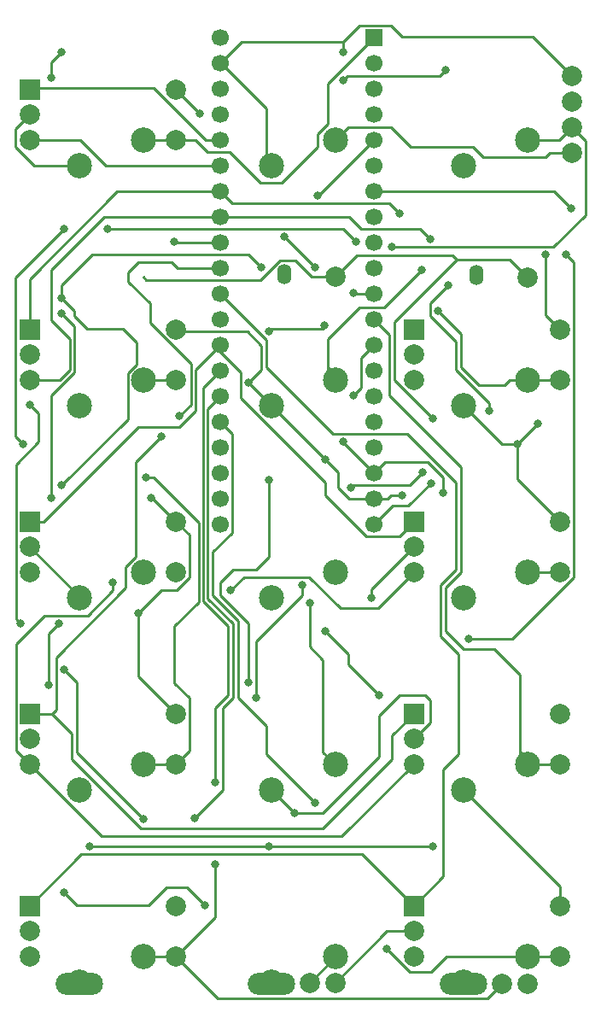
<source format=gbr>
%TF.GenerationSoftware,KiCad,Pcbnew,(6.0.2)*%
%TF.CreationDate,2022-02-17T20:40:29-08:00*%
%TF.ProjectId,keeb test board,6b656562-2074-4657-9374-20626f617264,rev?*%
%TF.SameCoordinates,Original*%
%TF.FileFunction,Copper,L1,Top*%
%TF.FilePolarity,Positive*%
%FSLAX46Y46*%
G04 Gerber Fmt 4.6, Leading zero omitted, Abs format (unit mm)*
G04 Created by KiCad (PCBNEW (6.0.2)) date 2022-02-17 20:40:29*
%MOMM*%
%LPD*%
G01*
G04 APERTURE LIST*
%TA.AperFunction,ComponentPad*%
%ADD10R,2.000000X2.000000*%
%TD*%
%TA.AperFunction,ComponentPad*%
%ADD11C,2.000000*%
%TD*%
%TA.AperFunction,ComponentPad*%
%ADD12C,2.500000*%
%TD*%
%TA.AperFunction,ComponentPad*%
%ADD13O,4.700000X2.200000*%
%TD*%
%TA.AperFunction,ComponentPad*%
%ADD14O,1.400000X2.000000*%
%TD*%
%TA.AperFunction,ComponentPad*%
%ADD15R,1.700000X1.700000*%
%TD*%
%TA.AperFunction,ComponentPad*%
%ADD16C,1.700000*%
%TD*%
%TA.AperFunction,ViaPad*%
%ADD17C,0.800000*%
%TD*%
%TA.AperFunction,Conductor*%
%ADD18C,0.250000*%
%TD*%
G04 APERTURE END LIST*
D10*
%TO.P,EN4,A,A*%
%TO.N,ENC3A*%
X65610000Y-106950000D03*
D11*
%TO.P,EN4,B,B*%
%TO.N,ENC3B*%
X65610000Y-111950000D03*
%TO.P,EN4,C,C*%
%TO.N,GND*%
X65610000Y-109450000D03*
%TO.P,EN4,S1,S1*%
%TO.N,KEY5*%
X80110000Y-111950000D03*
%TO.P,EN4,S2,S2*%
%TO.N,GND*%
X80110000Y-106950000D03*
%TD*%
D10*
%TO.P,EN3,A,A*%
%TO.N,ENC2A*%
X103710000Y-87900000D03*
D11*
%TO.P,EN3,B,B*%
%TO.N,ENC2B*%
X103710000Y-92900000D03*
%TO.P,EN3,C,C*%
%TO.N,GND*%
X103710000Y-90400000D03*
%TO.P,EN3,S1,S1*%
%TO.N,KEY4*%
X118210000Y-92900000D03*
%TO.P,EN3,S2,S2*%
%TO.N,GND*%
X118210000Y-87900000D03*
%TD*%
D12*
%TO.P,SW4,1,1*%
%TO.N,KEY4*%
X115020000Y-92940000D03*
%TO.P,SW4,2,2*%
%TO.N,GND*%
X108670000Y-95480000D03*
%TD*%
%TO.P,SW13,1,1*%
%TO.N,KEY13-POT3*%
X115020000Y-150090000D03*
D13*
%TO.P,SW13,2,2*%
%TO.N,GND*%
X108670000Y-152780000D03*
D12*
X108670000Y-152630000D03*
%TD*%
D10*
%TO.P,EN7,A,A*%
%TO.N,ENC4A*%
X103710000Y-126000000D03*
D11*
%TO.P,EN7,B,B*%
%TO.N,ENC4B*%
X103710000Y-131000000D03*
%TO.P,EN7,C,C*%
%TO.N,GND*%
X103710000Y-128500000D03*
%TO.P,EN7,S1,S1*%
%TO.N,KEY10*%
X118210000Y-131000000D03*
%TO.P,EN7,S2,S2*%
%TO.N,GND*%
X118210000Y-126000000D03*
%TD*%
D10*
%TO.P,EN6,A,A*%
%TO.N,ENC4A*%
X65610000Y-126000000D03*
D11*
%TO.P,EN6,B,B*%
%TO.N,ENC4B*%
X65610000Y-131000000D03*
%TO.P,EN6,C,C*%
%TO.N,GND*%
X65610000Y-128500000D03*
%TO.P,EN6,S1,S1*%
%TO.N,KEY8*%
X80110000Y-131000000D03*
%TO.P,EN6,S2,S2*%
%TO.N,GND*%
X80110000Y-126000000D03*
%TD*%
D10*
%TO.P,EN8,A,A*%
%TO.N,ENC5A*%
X65610000Y-145050000D03*
D11*
%TO.P,EN8,B,B*%
%TO.N,ENC5B*%
X65610000Y-150050000D03*
%TO.P,EN8,C,C*%
%TO.N,GND*%
X65610000Y-147550000D03*
%TO.P,EN8,S1,S1*%
%TO.N,KEY11-POT1*%
X80110000Y-150050000D03*
%TO.P,EN8,S2,S2*%
%TO.N,GND*%
X80110000Y-145050000D03*
%TD*%
D12*
%TO.P,SW3,1,1*%
%TO.N,KEY3*%
X95970000Y-92940000D03*
%TO.P,SW3,2,2*%
%TO.N,GND*%
X89620000Y-95480000D03*
%TD*%
D10*
%TO.P,EN9,A,A*%
%TO.N,ENC5A*%
X103710000Y-145050000D03*
D11*
%TO.P,EN9,B,B*%
%TO.N,ENC5B*%
X103710000Y-150050000D03*
%TO.P,EN9,C,C*%
%TO.N,GND*%
X103710000Y-147550000D03*
%TO.P,EN9,S1,S1*%
%TO.N,KEY13-POT3*%
X118210000Y-150050000D03*
%TO.P,EN9,S2,S2*%
%TO.N,GND*%
X118210000Y-145050000D03*
%TD*%
D12*
%TO.P,SW14,1,1*%
%TO.N,SDA-SW*%
X95970000Y-69127500D03*
%TO.P,SW14,2,2*%
%TO.N,GND*%
X89620000Y-71667500D03*
%TD*%
D11*
%TO.P,OL1,1,SDA*%
%TO.N,SDA-SW*%
X119415000Y-70397500D03*
%TO.P,OL1,2,SCL*%
%TO.N,SCL-SW*%
X119415000Y-67857500D03*
%TO.P,OL1,3,VCC*%
%TO.N,+3V3*%
X119415000Y-65317500D03*
%TO.P,OL1,4,GND*%
%TO.N,GND*%
X119415000Y-62777500D03*
%TD*%
D12*
%TO.P,SW9,1,1*%
%TO.N,KEY9*%
X95970000Y-131040000D03*
%TO.P,SW9,2,2*%
%TO.N,GND*%
X89620000Y-133580000D03*
%TD*%
D10*
%TO.P,EN1,A,A*%
%TO.N,ENC1A*%
X65610000Y-64087500D03*
D11*
%TO.P,EN1,B,B*%
%TO.N,ENC1B*%
X65610000Y-69087500D03*
%TO.P,EN1,C,C*%
%TO.N,GND*%
X65610000Y-66587500D03*
%TO.P,EN1,S1,S1*%
%TO.N,KEY1*%
X80110000Y-69087500D03*
%TO.P,EN1,S2,S2*%
%TO.N,GND*%
X80110000Y-64087500D03*
%TD*%
D12*
%TO.P,SW11,1,1*%
%TO.N,KEY11-POT1*%
X76920000Y-150090000D03*
%TO.P,SW11,2,2*%
%TO.N,GND*%
X70570000Y-152630000D03*
D13*
X70570000Y-152780000D03*
%TD*%
D12*
%TO.P,SW15,1,1*%
%TO.N,SCL-SW*%
X115020000Y-69127500D03*
%TO.P,SW15,2,2*%
%TO.N,GND*%
X108670000Y-71667500D03*
%TD*%
D11*
%TO.P,VR3,1B,1B*%
%TO.N,GND*%
X114960000Y-152780000D03*
%TO.P,VR3,2B,2B*%
%TO.N,KEY11-POT1*%
X112460000Y-152780000D03*
D14*
%TO.P,VR3,3,3*%
%TO.N,unconnected-(VR3-Pad3)*%
X109960000Y-82480000D03*
D11*
%TO.P,VR3,3B,3B*%
%TO.N,+3V3*%
X114960000Y-82780000D03*
%TD*%
D12*
%TO.P,SW8,1,1*%
%TO.N,KEY8*%
X76920000Y-131040000D03*
%TO.P,SW8,2,2*%
%TO.N,GND*%
X70570000Y-133580000D03*
%TD*%
D10*
%TO.P,EN5,A,A*%
%TO.N,ENC3A*%
X103710000Y-106950000D03*
D11*
%TO.P,EN5,B,B*%
%TO.N,ENC3B*%
X103710000Y-111950000D03*
%TO.P,EN5,C,C*%
%TO.N,GND*%
X103710000Y-109450000D03*
%TO.P,EN5,S1,S1*%
%TO.N,KEY7*%
X118210000Y-111950000D03*
%TO.P,EN5,S2,S2*%
%TO.N,GND*%
X118210000Y-106950000D03*
%TD*%
D12*
%TO.P,SW12,1,1*%
%TO.N,KEY12-POT2*%
X95970000Y-150090000D03*
%TO.P,SW12,2,2*%
%TO.N,GND*%
X89620000Y-152630000D03*
D13*
X89620000Y-152780000D03*
%TD*%
D12*
%TO.P,SW7,1,1*%
%TO.N,KEY7*%
X115020000Y-111990000D03*
%TO.P,SW7,2,2*%
%TO.N,GND*%
X108670000Y-114530000D03*
%TD*%
%TO.P,SW6,1,1*%
%TO.N,KEY6*%
X95970000Y-111990000D03*
%TO.P,SW6,2,2*%
%TO.N,GND*%
X89620000Y-114530000D03*
%TD*%
%TO.P,SW10,1,1*%
%TO.N,KEY10*%
X115020000Y-131040000D03*
%TO.P,SW10,2,2*%
%TO.N,GND*%
X108670000Y-133580000D03*
%TD*%
D10*
%TO.P,EN2,A,A*%
%TO.N,ENC2A*%
X65610000Y-87900000D03*
D11*
%TO.P,EN2,B,B*%
%TO.N,ENC2B*%
X65610000Y-92900000D03*
%TO.P,EN2,C,C*%
%TO.N,GND*%
X65610000Y-90400000D03*
%TO.P,EN2,S1,S1*%
%TO.N,KEY2*%
X80110000Y-92900000D03*
%TO.P,EN2,S2,S2*%
%TO.N,GND*%
X80110000Y-87900000D03*
%TD*%
%TO.P,VR2,1B,1B*%
%TO.N,GND*%
X95910000Y-152705000D03*
%TO.P,VR2,2B,2B*%
%TO.N,KEY12-POT2*%
X93410000Y-152705000D03*
D14*
%TO.P,VR2,3,3*%
%TO.N,unconnected-(VR2-Pad3)*%
X90910000Y-82405000D03*
D11*
%TO.P,VR2,3B,3B*%
%TO.N,+3V3*%
X95910000Y-82705000D03*
%TD*%
D12*
%TO.P,SW5,1,1*%
%TO.N,KEY5*%
X76920000Y-111990000D03*
%TO.P,SW5,2,2*%
%TO.N,GND*%
X70570000Y-114530000D03*
%TD*%
%TO.P,SW2,1,1*%
%TO.N,KEY2*%
X76920000Y-92940000D03*
%TO.P,SW2,2,2*%
%TO.N,GND*%
X70570000Y-95480000D03*
%TD*%
%TO.P,SW1,1,1*%
%TO.N,KEY1*%
X76920000Y-69127500D03*
%TO.P,SW1,2,2*%
%TO.N,GND*%
X70570000Y-71667500D03*
%TD*%
D15*
%TO.P,U1,1,PB12*%
%TO.N,KEY1*%
X99780000Y-58967500D03*
D16*
%TO.P,U1,2,PB13*%
%TO.N,KEY2*%
X99780000Y-61507500D03*
%TO.P,U1,3,PB14*%
%TO.N,KEY3*%
X99780000Y-64047500D03*
%TO.P,U1,4,PB15*%
%TO.N,KEY4*%
X99780000Y-66587500D03*
%TO.P,U1,5,PA8*%
%TO.N,KEY5*%
X99780000Y-69127500D03*
%TO.P,U1,6,PA9*%
%TO.N,KEY6*%
X99780000Y-71667500D03*
%TO.P,U1,7,PA10*%
%TO.N,KEY7*%
X99780000Y-74207500D03*
%TO.P,U1,8,PA11*%
%TO.N,unconnected-(U1-Pad8)*%
X99780000Y-76747500D03*
%TO.P,U1,9,PA12*%
%TO.N,unconnected-(U1-Pad9)*%
X99780000Y-79287500D03*
%TO.P,U1,10,PA15*%
%TO.N,KEY8*%
X99780000Y-81827500D03*
%TO.P,U1,11,PB3*%
%TO.N,KEY9*%
X99780000Y-84367500D03*
%TO.P,U1,12,PB4*%
%TO.N,KEY10*%
X99780000Y-86907500D03*
%TO.P,U1,13,PB5*%
%TO.N,ENC3B*%
X99780000Y-89447500D03*
%TO.P,U1,14,PB6*%
%TO.N,SCL-SW*%
X99780000Y-91987500D03*
%TO.P,U1,15,PB7*%
%TO.N,SDA-SW*%
X99780000Y-94527500D03*
%TO.P,U1,16,PB8*%
%TO.N,unconnected-(U1-Pad16)*%
X99780000Y-97067500D03*
%TO.P,U1,17,PB9*%
%TO.N,LED_DATA*%
X99780000Y-99607500D03*
%TO.P,U1,18,5V*%
%TO.N,+5V*%
X99780000Y-102147500D03*
%TO.P,U1,19,GND*%
%TO.N,GND*%
X99780000Y-104687500D03*
%TO.P,U1,20,3V3*%
%TO.N,+3V3*%
X99780000Y-107227500D03*
%TO.P,U1,21,VBat*%
%TO.N,unconnected-(U1-Pad21)*%
X84540000Y-107227500D03*
%TO.P,U1,22,PC13*%
%TO.N,unconnected-(U1-Pad22)*%
X84540000Y-104687500D03*
%TO.P,U1,23,PC14*%
%TO.N,unconnected-(U1-Pad23)*%
X84540000Y-102147500D03*
%TO.P,U1,24,PC15*%
%TO.N,unconnected-(U1-Pad24)*%
X84540000Y-99607500D03*
%TO.P,U1,25,PA0*%
%TO.N,KEY13-POT3*%
X84540000Y-97067500D03*
%TO.P,U1,26,PA1*%
%TO.N,KEY12-POT2*%
X84540000Y-94527500D03*
%TO.P,U1,27,PA2*%
%TO.N,KEY11-POT1*%
X84540000Y-91987500D03*
%TO.P,U1,28,PA3*%
%TO.N,ENC3A*%
X84540000Y-89447500D03*
%TO.P,U1,29,PA4*%
%TO.N,ENC5B*%
X84540000Y-86907500D03*
%TO.P,U1,30,PA5*%
%TO.N,ENC5A*%
X84540000Y-84367500D03*
%TO.P,U1,31,PA6*%
%TO.N,ENC4B*%
X84540000Y-81827500D03*
%TO.P,U1,32,PA7*%
%TO.N,ENC4A*%
X84540000Y-79287500D03*
%TO.P,U1,33,PB0*%
%TO.N,ENC2B*%
X84540000Y-76747500D03*
%TO.P,U1,34,PB1*%
%TO.N,ENC2A*%
X84540000Y-74207500D03*
%TO.P,U1,35,PB10*%
%TO.N,ENC1B*%
X84540000Y-71667500D03*
%TO.P,U1,36,PB11*%
%TO.N,ENC1A*%
X84540000Y-69127500D03*
%TO.P,U1,37,RST*%
%TO.N,unconnected-(U1-Pad37)*%
X84540000Y-66587500D03*
%TO.P,U1,38,3V3*%
%TO.N,unconnected-(U1-Pad38)*%
X84540000Y-64047500D03*
%TO.P,U1,39,GND*%
%TO.N,GND*%
X84540000Y-61507500D03*
%TO.P,U1,40,5V_or_GND*%
%TO.N,unconnected-(U1-Pad40)*%
X84540000Y-58967500D03*
%TD*%
D17*
%TO.N,GND*%
X76412000Y-116054000D03*
X114004000Y-99290000D03*
X102574000Y-104370000D03*
X93938000Y-81763998D03*
X94954000Y-100814000D03*
X90890000Y-78716000D03*
X91906000Y-135866000D03*
X116036000Y-97258000D03*
X99526000Y-114530000D03*
X87334000Y-93194000D03*
X82508000Y-66524000D03*
X77682000Y-104624000D03*
X116798000Y-80494000D03*
X96732000Y-60428000D03*
%TO.N,+5V*%
X111210000Y-95988000D03*
X106638000Y-104116000D03*
X68792000Y-103354000D03*
X89366000Y-102846000D03*
X68792000Y-60428000D03*
X107146000Y-83542000D03*
X96732000Y-99036000D03*
X87334000Y-122912002D03*
X67776000Y-62968000D03*
X88604000Y-81764000D03*
X105622000Y-139168000D03*
X71586000Y-139168000D03*
X68792000Y-84812000D03*
X89366000Y-139168000D03*
%TO.N,Net-(D5-Pad1)*%
X94827000Y-87479000D03*
X89366000Y-88114000D03*
%TO.N,Net-(D6-Pad1)*%
X92668000Y-113255701D03*
X88096000Y-124436000D03*
%TO.N,+3V3*%
X105622000Y-96750000D03*
X105415962Y-103134142D03*
%TO.N,KEY4*%
X106130000Y-86082000D03*
%TO.N,KEY7*%
X119338000Y-75922000D03*
%TO.N,KEY5*%
X94192000Y-74652000D03*
%TO.N,KEY8*%
X64982000Y-99290000D03*
X73364000Y-77954000D03*
X69046001Y-77953999D03*
X77173999Y-102592001D03*
X98002000Y-79224000D03*
%TO.N,KEY3*%
X104479000Y-82018000D03*
%TO.N,KEY6*%
X97494000Y-103608000D03*
X104601701Y-102084000D03*
%TO.N,KEY9*%
X93430000Y-115038000D03*
X97748000Y-84304000D03*
%TO.N,ENC2B*%
X105368000Y-78970000D03*
%TO.N,ENC2A*%
X102320000Y-76430000D03*
%TO.N,ENC3B*%
X97748000Y-94464000D03*
X85556000Y-113768000D03*
%TO.N,ENC4B*%
X73872000Y-113006000D03*
X80476000Y-96496000D03*
%TO.N,ENC4A*%
X78698000Y-98528000D03*
X79968000Y-79224000D03*
%TO.N,Net-(D8-Pad1)*%
X69046000Y-143740000D03*
X83016000Y-145010000D03*
%TO.N,Net-(D4-Pad1)*%
X118830000Y-80494000D03*
X109178000Y-118594000D03*
%TO.N,ENC5B*%
X94954000Y-117832000D03*
X100288000Y-124182000D03*
%TO.N,KEY11-POT1*%
X84032000Y-132818000D03*
X84032000Y-140946000D03*
%TO.N,KEY13-POT3*%
X101050000Y-149328000D03*
X93938000Y-134850000D03*
%TO.N,KEY12-POT2*%
X82000000Y-136374000D03*
%TO.N,Net-(D10-Pad3)*%
X76922148Y-136411500D03*
X69046000Y-121642000D03*
%TO.N,Net-(D10-Pad1)*%
X68538000Y-117002848D03*
X67522000Y-123166000D03*
%TO.N,Net-(D11-Pad1)*%
X68792000Y-86336000D03*
X67776000Y-104624000D03*
%TO.N,Net-(D12-Pad1)*%
X64728000Y-117070000D03*
X65617000Y-95353000D03*
%TO.N,Net-(D14-Pad1)*%
X96732000Y-63222000D03*
X106892000Y-62206000D03*
%TO.N,SCL-SW*%
X101558000Y-79732000D03*
%TD*%
D18*
%TO.N,GND*%
X118210000Y-87900000D02*
X116798000Y-86488000D01*
X70570000Y-71667500D02*
X66061500Y-71667500D01*
X76412000Y-122302000D02*
X76412000Y-116054000D01*
X96732000Y-59412000D02*
X86635500Y-59412000D01*
X87226294Y-88114000D02*
X88604000Y-89491706D01*
X94954000Y-100814000D02*
X96224000Y-102084000D01*
X89112000Y-71159500D02*
X89620000Y-71667500D01*
X104860000Y-124182000D02*
X105368000Y-124690000D01*
X115541500Y-58904000D02*
X119415000Y-62777500D01*
X70570000Y-114410000D02*
X70570000Y-114530000D01*
X89620000Y-133580000D02*
X91906000Y-135866000D01*
X105368000Y-124690000D02*
X105368000Y-126842000D01*
X90890000Y-78716000D02*
X93938000Y-81763998D01*
X102320000Y-124182000D02*
X104860000Y-124182000D01*
X96732000Y-59412000D02*
X98351011Y-57792989D01*
X114004000Y-102744000D02*
X114004000Y-99290000D01*
X87334000Y-93194000D02*
X89620000Y-95480000D01*
X112480000Y-99290000D02*
X114004000Y-99290000D01*
X77682000Y-104624000D02*
X77784000Y-104624000D01*
X103710000Y-147550000D02*
X101065000Y-147550000D01*
X105368000Y-126842000D02*
X103710000Y-128500000D01*
X84603500Y-61507500D02*
X89112000Y-66016000D01*
X108670000Y-95480000D02*
X112480000Y-99290000D01*
X97294900Y-104687500D02*
X99780000Y-104687500D01*
X101462989Y-57792989D02*
X102574000Y-58904000D01*
X100288000Y-126214000D02*
X102320000Y-124182000D01*
X96224000Y-102084000D02*
X96224000Y-103616600D01*
X77784000Y-104624000D02*
X80110000Y-106950000D01*
X101113500Y-104687500D02*
X99780000Y-104687500D01*
X78698000Y-113768000D02*
X80165143Y-113768000D01*
X80165143Y-113768000D02*
X81434511Y-112498632D01*
X118210000Y-145050000D02*
X118210000Y-143120000D01*
X91906000Y-135866000D02*
X94700000Y-135866000D01*
X103710000Y-109450000D02*
X99526000Y-113634000D01*
X81434511Y-108274511D02*
X80110000Y-106950000D01*
X84540000Y-61507500D02*
X84603500Y-61507500D01*
X94700000Y-135866000D02*
X100288000Y-130278000D01*
X89620000Y-95480000D02*
X94954000Y-100814000D01*
X98351011Y-57792989D02*
X101462989Y-57792989D01*
X80110000Y-64087500D02*
X82508000Y-66485500D01*
X80110000Y-87900000D02*
X80324000Y-88114000D01*
X102574000Y-104370000D02*
X101431000Y-104370000D01*
X87334000Y-93194000D02*
X88604000Y-91924000D01*
X118210000Y-143120000D02*
X108670000Y-133580000D01*
X100288000Y-130278000D02*
X100288000Y-126214000D01*
X80110000Y-126000000D02*
X76412000Y-122302000D01*
X116798000Y-86488000D02*
X116798000Y-80494000D01*
X96732000Y-60428000D02*
X96732000Y-59412000D01*
X82508000Y-66485500D02*
X82508000Y-66524000D01*
X101065000Y-147550000D02*
X95910000Y-152705000D01*
X66061500Y-71667500D02*
X64220000Y-69826000D01*
X76412000Y-116054000D02*
X78698000Y-113768000D01*
X99526000Y-113634000D02*
X99526000Y-114530000D01*
X80324000Y-88114000D02*
X87226294Y-88114000D01*
X88604000Y-91924000D02*
X88604000Y-89491706D01*
X64220000Y-67977500D02*
X65610000Y-66587500D01*
X96224000Y-103616600D02*
X97294900Y-104687500D01*
X65610000Y-109450000D02*
X70570000Y-114410000D01*
X89112000Y-66016000D02*
X89112000Y-71159500D01*
X64220000Y-69826000D02*
X64220000Y-67977500D01*
X86635500Y-59412000D02*
X84540000Y-61507500D01*
X118210000Y-106950000D02*
X114004000Y-102744000D01*
X116036000Y-97258000D02*
X114004000Y-99290000D01*
X81434511Y-112498632D02*
X81434511Y-108274511D01*
X101431000Y-104370000D02*
X101113500Y-104687500D01*
X102574000Y-58904000D02*
X115541500Y-58904000D01*
%TO.N,+5V*%
X107146000Y-83542000D02*
X105368000Y-85320000D01*
X87334000Y-117078600D02*
X87334000Y-122912002D01*
X76193112Y-89165112D02*
X74888000Y-87860000D01*
X100859500Y-101068000D02*
X105114000Y-101068000D01*
X106638000Y-102592000D02*
X106638000Y-104116000D01*
X84540000Y-113006000D02*
X84540000Y-114284600D01*
X88096000Y-111736000D02*
X85810000Y-111736000D01*
X89366000Y-139168000D02*
X71586000Y-139168000D01*
X67776000Y-61444000D02*
X68792000Y-60428000D01*
X105368000Y-86590000D02*
X107908000Y-89130000D01*
X96732000Y-99099500D02*
X96732000Y-99036000D01*
X107908000Y-89130000D02*
X107908000Y-91924000D01*
X107908000Y-91924000D02*
X111210000Y-95226000D01*
X89366000Y-110466000D02*
X88096000Y-111736000D01*
X68792000Y-103354000D02*
X75345489Y-96800511D01*
X75345489Y-96800511D02*
X75345489Y-92228511D01*
X88604000Y-81764000D02*
X87334000Y-80494000D01*
X70062000Y-86082000D02*
X68792000Y-84812000D01*
X71332000Y-87860000D02*
X70062000Y-86590000D01*
X71840000Y-80494000D02*
X68792000Y-83542000D01*
X105114000Y-101068000D02*
X106638000Y-102592000D01*
X99780000Y-102147500D02*
X96732000Y-99099500D01*
X84540000Y-114284600D02*
X87334000Y-117078600D01*
X87334000Y-80494000D02*
X71840000Y-80494000D01*
X111210000Y-95226000D02*
X111210000Y-95988000D01*
X74888000Y-87860000D02*
X71332000Y-87860000D01*
X68792000Y-83542000D02*
X68792000Y-84812000D01*
X99780000Y-102147500D02*
X100859500Y-101068000D01*
X105622000Y-139168000D02*
X89366000Y-139168000D01*
X89366000Y-102846000D02*
X89366000Y-110466000D01*
X76193112Y-91380888D02*
X76193112Y-89165112D01*
X105368000Y-85320000D02*
X105368000Y-86590000D01*
X70062000Y-86590000D02*
X70062000Y-86082000D01*
X75345489Y-92228511D02*
X76193112Y-91380888D01*
X85810000Y-111736000D02*
X84540000Y-113006000D01*
X67776000Y-62968000D02*
X67776000Y-61444000D01*
%TO.N,Net-(D5-Pad1)*%
X89620000Y-87860000D02*
X89366000Y-88114000D01*
X94827000Y-87479000D02*
X94446000Y-87860000D01*
X94446000Y-87860000D02*
X89620000Y-87860000D01*
X94446000Y-87860000D02*
X94700000Y-87860000D01*
X94700000Y-87860000D02*
X94954000Y-87606000D01*
%TO.N,Net-(D6-Pad1)*%
X88096000Y-118848000D02*
X92668000Y-114276000D01*
X88096000Y-124436000D02*
X88096000Y-118848000D01*
X92668000Y-114276000D02*
X92668000Y-113255701D01*
%TO.N,+3V3*%
X113182000Y-81002000D02*
X107958978Y-81002000D01*
X88532110Y-83034000D02*
X77189000Y-83034000D01*
X77189000Y-83034000D02*
X76860000Y-82705000D01*
X98027200Y-80587800D02*
X107544778Y-80587800D01*
X90485630Y-81080480D02*
X88532110Y-83034000D01*
X98027200Y-80587800D02*
X95910000Y-82705000D01*
X107958978Y-81002000D02*
X101812000Y-87148978D01*
X103164104Y-105386000D02*
X105415962Y-103134142D01*
X114960000Y-82780000D02*
X113182000Y-81002000D01*
X99780000Y-107227500D02*
X101621500Y-105386000D01*
X101812000Y-87148978D02*
X101812000Y-92940000D01*
X91975880Y-81080480D02*
X90485630Y-81080480D01*
X93600400Y-82705000D02*
X91975880Y-81080480D01*
X101621500Y-105386000D02*
X103164104Y-105386000D01*
X95910000Y-82705000D02*
X93600400Y-82705000D01*
X101812000Y-92940000D02*
X105622000Y-96750000D01*
X107958978Y-81002000D02*
X107544778Y-80587800D01*
%TO.N,KEY1*%
X90636000Y-73382000D02*
X94192000Y-69826000D01*
X88517002Y-73382000D02*
X90636000Y-73382000D01*
X76920000Y-69127500D02*
X80070000Y-69127500D01*
X95208000Y-67540000D02*
X95208000Y-63539500D01*
X94192000Y-69826000D02*
X94192000Y-68556000D01*
X82023500Y-69087500D02*
X83270000Y-70334000D01*
X80110000Y-69087500D02*
X82023500Y-69087500D01*
X83270000Y-70334000D02*
X85469002Y-70334000D01*
X85469002Y-70334000D02*
X88517002Y-73382000D01*
X80070000Y-69127500D02*
X80110000Y-69087500D01*
X95208000Y-63539500D02*
X99780000Y-58967500D01*
X94192000Y-68556000D02*
X95208000Y-67540000D01*
%TO.N,KEY4*%
X113242000Y-92940000D02*
X115020000Y-92940000D01*
X106130000Y-86082000D02*
X108416000Y-88368000D01*
X115060000Y-92900000D02*
X115020000Y-92940000D01*
X108416000Y-88368000D02*
X108416000Y-91670000D01*
X112734000Y-93448000D02*
X113242000Y-92940000D01*
X118210000Y-92900000D02*
X115060000Y-92900000D01*
X108416000Y-91670000D02*
X110194000Y-93448000D01*
X110194000Y-93448000D02*
X112734000Y-93448000D01*
%TO.N,KEY7*%
X115060000Y-111950000D02*
X115020000Y-111990000D01*
X99780000Y-74207500D02*
X117623500Y-74207500D01*
X117623500Y-74207500D02*
X119338000Y-75922000D01*
X118210000Y-111950000D02*
X115060000Y-111950000D01*
%TO.N,KEY2*%
X80110000Y-92900000D02*
X76960000Y-92900000D01*
X76960000Y-92900000D02*
X76920000Y-92940000D01*
%TO.N,KEY5*%
X99780000Y-69127500D02*
X94255500Y-74652000D01*
X94255500Y-74652000D02*
X94192000Y-74652000D01*
%TO.N,KEY8*%
X96732000Y-77954000D02*
X98002000Y-79224000D01*
X81434511Y-124441659D02*
X79968000Y-122975148D01*
X64220000Y-98528000D02*
X64220000Y-82780000D01*
X73364000Y-77954000D02*
X96732000Y-77954000D01*
X80110000Y-131000000D02*
X76960000Y-131000000D01*
X81434511Y-129675489D02*
X81434511Y-124441659D01*
X79968000Y-122975148D02*
X79968000Y-117328300D01*
X80110000Y-131000000D02*
X81434511Y-129675489D01*
X77936001Y-102592001D02*
X77173999Y-102592001D01*
X64220000Y-82780000D02*
X69046001Y-77953999D01*
X82391021Y-107047021D02*
X77936001Y-102592001D01*
X64982000Y-99290000D02*
X64220000Y-98528000D01*
X76960000Y-131000000D02*
X76920000Y-131040000D01*
X82391021Y-114905279D02*
X82391021Y-107047021D01*
X79968000Y-117328300D02*
X82391021Y-114905279D01*
%TO.N,KEY3*%
X95208000Y-91670000D02*
X95208000Y-92178000D01*
X95970000Y-92432000D02*
X95208000Y-91670000D01*
X98351011Y-85732989D02*
X100764011Y-85732989D01*
X95208000Y-88876000D02*
X98351011Y-85732989D01*
X95970000Y-92940000D02*
X95970000Y-92432000D01*
X95208000Y-91670000D02*
X95208000Y-88876000D01*
X100764011Y-85732989D02*
X104479000Y-82018000D01*
%TO.N,KEY6*%
X97748000Y-103354000D02*
X103331701Y-103354000D01*
X103331701Y-103354000D02*
X104601701Y-102084000D01*
X97494000Y-103608000D02*
X97748000Y-103354000D01*
%TO.N,KEY9*%
X93430000Y-119356000D02*
X93430000Y-115038000D01*
X95970000Y-131040000D02*
X94720001Y-129790001D01*
X94720001Y-129790001D02*
X94720001Y-120646001D01*
X94720001Y-120646001D02*
X93430000Y-119356000D01*
X99780000Y-84367500D02*
X97811500Y-84367500D01*
X97811500Y-84367500D02*
X97748000Y-84304000D01*
%TO.N,ENC1B*%
X70593500Y-69087500D02*
X73173500Y-71667500D01*
X65610000Y-69087500D02*
X70593500Y-69087500D01*
X73173500Y-71667500D02*
X84540000Y-71667500D01*
%TO.N,ENC1A*%
X83079500Y-69127500D02*
X77936000Y-63984000D01*
X84540000Y-69127500D02*
X83079500Y-69127500D01*
X77936000Y-63984000D02*
X65713500Y-63984000D01*
X65713500Y-63984000D02*
X65610000Y-64087500D01*
%TO.N,ENC2B*%
X104352000Y-77954000D02*
X105368000Y-78970000D01*
X65610000Y-92900000D02*
X68578000Y-92900000D01*
X68578000Y-92900000D02*
X69612489Y-91865511D01*
X67776000Y-86971000D02*
X67776000Y-82009400D01*
X97303500Y-76747500D02*
X98510000Y-77954000D01*
X69612489Y-88807489D02*
X67776000Y-86971000D01*
X67776000Y-82009400D02*
X73037900Y-76747500D01*
X69612489Y-91865511D02*
X69612489Y-88807489D01*
X98510000Y-77954000D02*
X104352000Y-77954000D01*
X84540000Y-76747500D02*
X97303500Y-76747500D01*
X73037900Y-76747500D02*
X84540000Y-76747500D01*
%TO.N,ENC2A*%
X84540000Y-74207500D02*
X74316500Y-74207500D01*
X74316500Y-74207500D02*
X65610000Y-82914000D01*
X84540000Y-74207500D02*
X85746500Y-75414000D01*
X85746500Y-75414000D02*
X101304000Y-75414000D01*
X65610000Y-82914000D02*
X65610000Y-87900000D01*
X101304000Y-75414000D02*
X102320000Y-76430000D01*
%TO.N,ENC3B*%
X99780000Y-89447500D02*
X98510000Y-90717500D01*
X100151499Y-115508501D02*
X96431901Y-115508501D01*
X98510000Y-90717500D02*
X98510000Y-93702000D01*
X93362911Y-112439511D02*
X86884489Y-112439511D01*
X86884489Y-112439511D02*
X85556000Y-113768000D01*
X103710000Y-111950000D02*
X100151499Y-115508501D01*
X96431901Y-115508501D02*
X93362911Y-112439511D01*
X98510000Y-93702000D02*
X97748000Y-94464000D01*
%TO.N,ENC3A*%
X66996695Y-106950000D02*
X65610000Y-106950000D01*
X86572000Y-92178000D02*
X86572000Y-94658696D01*
X84540000Y-89447500D02*
X84540000Y-90146000D01*
X82058489Y-91929011D02*
X82058489Y-95938111D01*
X84540000Y-89447500D02*
X82058489Y-91929011D01*
X86572000Y-94658696D02*
X94954000Y-103040696D01*
X102257989Y-108402011D02*
X103710000Y-106950000D01*
X84540000Y-90146000D02*
X86572000Y-92178000D01*
X94954000Y-104370000D02*
X98986011Y-108402011D01*
X98986011Y-108402011D02*
X102257989Y-108402011D01*
X80447101Y-97549499D02*
X76397196Y-97549499D01*
X82058489Y-95938111D02*
X80447101Y-97549499D01*
X76397196Y-97549499D02*
X66996695Y-106950000D01*
X94954000Y-103040696D02*
X94954000Y-104370000D01*
%TO.N,ENC4B*%
X80285500Y-81827500D02*
X79714000Y-81256000D01*
X67043652Y-116278348D02*
X71361652Y-116278348D01*
X77555000Y-87218143D02*
X81608979Y-91272122D01*
X71361652Y-116278348D02*
X73872000Y-113768000D01*
X65610000Y-131000000D02*
X64285489Y-129675489D01*
X73872000Y-113768000D02*
X73872000Y-113006000D01*
X96558000Y-138152000D02*
X72762000Y-138152000D01*
X103710000Y-131000000D02*
X96558000Y-138152000D01*
X72762000Y-138152000D02*
X65610000Y-131000000D01*
X84540000Y-81827500D02*
X80285500Y-81827500D01*
X75396000Y-82272000D02*
X75396000Y-83160296D01*
X64285489Y-119036511D02*
X67043652Y-116278348D01*
X79714000Y-81256000D02*
X76412000Y-81256000D01*
X81608979Y-95363021D02*
X80476000Y-96496000D01*
X81608979Y-91272122D02*
X81608979Y-95363021D01*
X64285489Y-129675489D02*
X64285489Y-119036511D01*
X77555000Y-85319296D02*
X77555000Y-87218143D01*
X76412000Y-81256000D02*
X75396000Y-82272000D01*
X75396000Y-83160296D02*
X77555000Y-85319296D01*
%TO.N,ENC4A*%
X76158000Y-110466000D02*
X76158000Y-101068000D01*
X68246501Y-120409499D02*
X75142000Y-113514000D01*
X67816000Y-126000000D02*
X68246501Y-125569499D01*
X69808000Y-130538452D02*
X76659548Y-137390000D01*
X76158000Y-101068000D02*
X78698000Y-98528000D01*
X75142000Y-113514000D02*
X75142000Y-111482000D01*
X101558000Y-130532000D02*
X101558000Y-128152000D01*
X84540000Y-79287500D02*
X80031500Y-79287500D01*
X68246501Y-125569499D02*
X68246501Y-120409499D01*
X76659548Y-137390000D02*
X94700000Y-137390000D01*
X94700000Y-137390000D02*
X101558000Y-130532000D01*
X67816000Y-126000000D02*
X69808000Y-127992000D01*
X69808000Y-127992000D02*
X69808000Y-130538452D01*
X80031500Y-79287500D02*
X79968000Y-79224000D01*
X75142000Y-111482000D02*
X76158000Y-110466000D01*
X65610000Y-126000000D02*
X67816000Y-126000000D01*
X101558000Y-128152000D02*
X103710000Y-126000000D01*
%TO.N,Net-(D8-Pad1)*%
X79206000Y-143232000D02*
X77428000Y-145010000D01*
X83016000Y-145010000D02*
X81238000Y-143232000D01*
X77428000Y-145010000D02*
X70316000Y-145010000D01*
X81238000Y-143232000D02*
X79206000Y-143232000D01*
X70316000Y-145010000D02*
X69046000Y-143740000D01*
%TO.N,Net-(D4-Pad1)*%
X113496000Y-118594000D02*
X109178000Y-118594000D01*
X119592000Y-81256000D02*
X119592000Y-112498000D01*
X118830000Y-80494000D02*
X119592000Y-81256000D01*
X119592000Y-112498000D02*
X113496000Y-118594000D01*
%TO.N,ENC5A*%
X107908000Y-103100000D02*
X103060293Y-98252293D01*
X108162000Y-130024000D02*
X108162000Y-120118000D01*
X65610000Y-145050000D02*
X70730000Y-139930000D01*
X108162000Y-120118000D02*
X106384000Y-118340000D01*
X89112000Y-88939500D02*
X84540000Y-84367500D01*
X106638000Y-131548000D02*
X108162000Y-130024000D01*
X106384000Y-113260000D02*
X107908000Y-111736000D01*
X103710000Y-145050000D02*
X106638000Y-142122000D01*
X103060293Y-98252293D02*
X95694293Y-98252293D01*
X107908000Y-111736000D02*
X107908000Y-103100000D01*
X89112000Y-91670000D02*
X89112000Y-88939500D01*
X70730000Y-139930000D02*
X98590000Y-139930000D01*
X98590000Y-139930000D02*
X103710000Y-145050000D01*
X95694293Y-98252293D02*
X89112000Y-91670000D01*
X106638000Y-142122000D02*
X106638000Y-131548000D01*
X106384000Y-118340000D02*
X106384000Y-113260000D01*
%TO.N,ENC5B*%
X97240000Y-120118000D02*
X97240000Y-121134000D01*
X94954000Y-117832000D02*
X97240000Y-120118000D01*
X97240000Y-121134000D02*
X100288000Y-124182000D01*
%TO.N,KEY10*%
X108670000Y-119610000D02*
X111718000Y-119610000D01*
X108416000Y-101576000D02*
X108416000Y-111990000D01*
X101304000Y-88431500D02*
X101304000Y-94464000D01*
X114258000Y-122150000D02*
X114258000Y-130278000D01*
X115060000Y-131000000D02*
X115020000Y-131040000D01*
X101304000Y-94464000D02*
X108416000Y-101576000D01*
X115020000Y-130532000D02*
X114258000Y-129770000D01*
X108416000Y-111990000D02*
X106892000Y-113514000D01*
X118210000Y-131000000D02*
X115060000Y-131000000D01*
X114258000Y-130278000D02*
X115020000Y-131040000D01*
X106892000Y-113514000D02*
X106892000Y-117832000D01*
X115020000Y-131040000D02*
X115020000Y-130532000D01*
X106892000Y-117832000D02*
X108670000Y-119610000D01*
X111718000Y-119610000D02*
X114258000Y-122150000D01*
X99780000Y-86907500D02*
X101304000Y-88431500D01*
%TO.N,KEY11-POT1*%
X84540000Y-91987500D02*
X82840531Y-93686969D01*
X112460000Y-152780000D02*
X111035480Y-154204520D01*
X76960000Y-150050000D02*
X76920000Y-150090000D01*
X84264520Y-154204520D02*
X80110000Y-150050000D01*
X111035480Y-154204520D02*
X84264520Y-154204520D01*
X82840531Y-114862531D02*
X85302000Y-117324000D01*
X84032000Y-125452000D02*
X84032000Y-132818000D01*
X85302000Y-124182000D02*
X84032000Y-125452000D01*
X84032000Y-146128000D02*
X84032000Y-140946000D01*
X82840531Y-93686969D02*
X82840531Y-114862531D01*
X80110000Y-150050000D02*
X76960000Y-150050000D01*
X85302000Y-117324000D02*
X85302000Y-124182000D01*
X80110000Y-150050000D02*
X84032000Y-146128000D01*
%TO.N,KEY13-POT3*%
X105455572Y-151614000D02*
X103336000Y-151614000D01*
X115060000Y-150050000D02*
X115020000Y-150090000D01*
X86318000Y-124436000D02*
X89112000Y-127230000D01*
X115020000Y-150090000D02*
X106979572Y-150090000D01*
X86318000Y-116816000D02*
X86318000Y-124436000D01*
X85714511Y-98242011D02*
X85714511Y-108021489D01*
X83778000Y-109958000D02*
X83778000Y-114276000D01*
X84540000Y-97067500D02*
X85714511Y-98242011D01*
X89112000Y-127230000D02*
X89112000Y-130024000D01*
X89112000Y-130024000D02*
X93938000Y-134850000D01*
X103336000Y-151614000D02*
X101050000Y-149328000D01*
X106979572Y-150090000D02*
X105455572Y-151614000D01*
X85714511Y-108021489D02*
X83778000Y-109958000D01*
X83778000Y-114276000D02*
X86318000Y-116816000D01*
X118210000Y-150050000D02*
X115060000Y-150050000D01*
%TO.N,KEY12-POT2*%
X83290041Y-95777459D02*
X83290041Y-114550041D01*
X95970000Y-150090000D02*
X93410000Y-152650000D01*
X84794000Y-133580000D02*
X82000000Y-136374000D01*
X85810000Y-124436000D02*
X84794000Y-125452000D01*
X85810000Y-117070000D02*
X85810000Y-124436000D01*
X84540000Y-94527500D02*
X83290041Y-95777459D01*
X83290041Y-114550041D02*
X85810000Y-117070000D01*
X93410000Y-152650000D02*
X93410000Y-152705000D01*
X84794000Y-125452000D02*
X84794000Y-133580000D01*
%TO.N,Net-(D10-Pad3)*%
X70316000Y-122912000D02*
X69046000Y-121642000D01*
X70316000Y-129805352D02*
X70316000Y-122912000D01*
X76922148Y-136411500D02*
X70316000Y-129805352D01*
%TO.N,Net-(D10-Pad1)*%
X67522000Y-118018848D02*
X68538000Y-117002848D01*
X67522000Y-123166000D02*
X67522000Y-118018848D01*
%TO.N,Net-(D11-Pad1)*%
X70062000Y-92178000D02*
X67776000Y-94464000D01*
X67776000Y-94464000D02*
X67776000Y-104624000D01*
X70062000Y-87606000D02*
X70062000Y-92178000D01*
X68792000Y-86336000D02*
X70062000Y-87606000D01*
%TO.N,Net-(D12-Pad1)*%
X66506000Y-99036000D02*
X64266099Y-101275901D01*
X64266099Y-101275901D02*
X64266099Y-116608099D01*
X66506000Y-96242000D02*
X66506000Y-99036000D01*
X64266099Y-116608099D02*
X64728000Y-117070000D01*
X65617000Y-95353000D02*
X66506000Y-96242000D01*
%TO.N,Net-(D14-Pad1)*%
X106892000Y-62206000D02*
X106294500Y-62803500D01*
X106294500Y-62803500D02*
X97150500Y-62803500D01*
X97150500Y-62803500D02*
X96732000Y-63222000D01*
%TO.N,SDA-SW*%
X101474499Y-67877501D02*
X97219999Y-67877501D01*
X116798000Y-70842000D02*
X110638500Y-70842000D01*
X109622500Y-69826000D02*
X103422998Y-69826000D01*
X110638500Y-70842000D02*
X109622500Y-69826000D01*
X117242500Y-70397500D02*
X116798000Y-70842000D01*
X97219999Y-67877501D02*
X95970000Y-69127500D01*
X103422998Y-69826000D02*
X101474499Y-67877501D01*
X119415000Y-70397500D02*
X117242500Y-70397500D01*
%TO.N,SCL-SW*%
X120739511Y-76552489D02*
X120739511Y-69182011D01*
X119415000Y-67857500D02*
X118145000Y-69127500D01*
X101558000Y-79732000D02*
X117560000Y-79732000D01*
X117560000Y-79732000D02*
X120739511Y-76552489D01*
X118145000Y-69127500D02*
X115020000Y-69127500D01*
X120739511Y-69182011D02*
X119415000Y-67857500D01*
%TD*%
M02*

</source>
